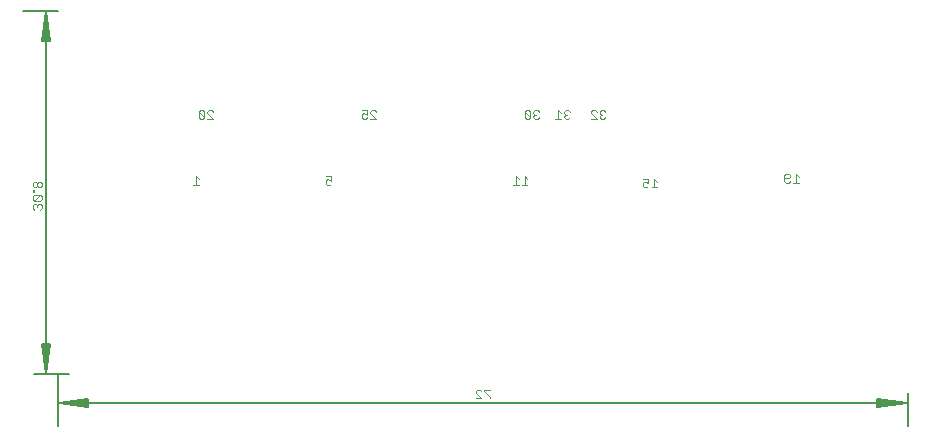
<source format=gbo>
G75*
%MOIN*%
%OFA0B0*%
%FSLAX25Y25*%
%IPPOS*%
%LPD*%
%AMOC8*
5,1,8,0,0,1.08239X$1,22.5*
%
%ADD10C,0.00300*%
%ADD11C,0.00512*%
D10*
X0152136Y0046606D02*
X0154071Y0046606D01*
X0152136Y0048541D01*
X0152136Y0049025D01*
X0152620Y0049509D01*
X0153587Y0049509D01*
X0154071Y0049025D01*
X0155083Y0049025D02*
X0157018Y0047090D01*
X0157018Y0046606D01*
X0157018Y0049509D02*
X0155083Y0049509D01*
X0155083Y0049025D01*
X0164531Y0117735D02*
X0166466Y0117735D01*
X0165499Y0117735D02*
X0165499Y0120638D01*
X0166466Y0119670D01*
X0167478Y0117735D02*
X0169413Y0117735D01*
X0168446Y0117735D02*
X0168446Y0120638D01*
X0169413Y0119670D01*
X0168952Y0139783D02*
X0169920Y0139783D01*
X0170403Y0140266D01*
X0168469Y0142201D01*
X0168469Y0140266D01*
X0168952Y0139783D01*
X0170403Y0140266D02*
X0170403Y0142201D01*
X0169920Y0142685D01*
X0168952Y0142685D01*
X0168469Y0142201D01*
X0171415Y0142201D02*
X0171415Y0141718D01*
X0171899Y0141234D01*
X0171415Y0140750D01*
X0171415Y0140266D01*
X0171899Y0139783D01*
X0172866Y0139783D01*
X0173350Y0140266D01*
X0172383Y0141234D02*
X0171899Y0141234D01*
X0171415Y0142201D02*
X0171899Y0142685D01*
X0172866Y0142685D01*
X0173350Y0142201D01*
X0178705Y0139783D02*
X0180640Y0139783D01*
X0179672Y0139783D02*
X0179672Y0142685D01*
X0180640Y0141718D01*
X0181651Y0141718D02*
X0182135Y0141234D01*
X0181651Y0140750D01*
X0181651Y0140266D01*
X0182135Y0139783D01*
X0183102Y0139783D01*
X0183586Y0140266D01*
X0182619Y0141234D02*
X0182135Y0141234D01*
X0181651Y0141718D02*
X0181651Y0142201D01*
X0182135Y0142685D01*
X0183102Y0142685D01*
X0183586Y0142201D01*
X0190516Y0142201D02*
X0190999Y0142685D01*
X0191967Y0142685D01*
X0192451Y0142201D01*
X0193462Y0142201D02*
X0193462Y0141718D01*
X0193946Y0141234D01*
X0193462Y0140750D01*
X0193462Y0140266D01*
X0193946Y0139783D01*
X0194914Y0139783D01*
X0195397Y0140266D01*
X0194430Y0141234D02*
X0193946Y0141234D01*
X0193462Y0142201D02*
X0193946Y0142685D01*
X0194914Y0142685D01*
X0195397Y0142201D01*
X0192451Y0139783D02*
X0190516Y0141718D01*
X0190516Y0142201D01*
X0190516Y0139783D02*
X0192451Y0139783D01*
X0207839Y0119851D02*
X0209774Y0119851D01*
X0209774Y0118399D01*
X0208806Y0118883D01*
X0208322Y0118883D01*
X0207839Y0118399D01*
X0207839Y0117432D01*
X0208322Y0116948D01*
X0209290Y0116948D01*
X0209774Y0117432D01*
X0210785Y0116948D02*
X0212720Y0116948D01*
X0211753Y0116948D02*
X0211753Y0119851D01*
X0212720Y0118883D01*
X0255083Y0119007D02*
X0255566Y0118523D01*
X0256534Y0118523D01*
X0257018Y0119007D01*
X0256534Y0119974D02*
X0255083Y0119974D01*
X0255083Y0119007D02*
X0255083Y0120942D01*
X0255566Y0121425D01*
X0256534Y0121425D01*
X0257018Y0120942D01*
X0257018Y0120458D01*
X0256534Y0119974D01*
X0258029Y0118523D02*
X0259964Y0118523D01*
X0258997Y0118523D02*
X0258997Y0121425D01*
X0259964Y0120458D01*
X0119019Y0139783D02*
X0117084Y0141718D01*
X0117084Y0142201D01*
X0117568Y0142685D01*
X0118536Y0142685D01*
X0119019Y0142201D01*
X0119019Y0139783D02*
X0117084Y0139783D01*
X0116073Y0140266D02*
X0115589Y0139783D01*
X0114622Y0139783D01*
X0114138Y0140266D01*
X0114138Y0141234D01*
X0114622Y0141718D01*
X0115105Y0141718D01*
X0116073Y0141234D01*
X0116073Y0142685D01*
X0114138Y0142685D01*
X0104059Y0120638D02*
X0104059Y0119187D01*
X0103091Y0119670D01*
X0102607Y0119670D01*
X0102124Y0119187D01*
X0102124Y0118219D01*
X0102607Y0117735D01*
X0103575Y0117735D01*
X0104059Y0118219D01*
X0104059Y0120638D02*
X0102124Y0120638D01*
X0064689Y0139783D02*
X0062754Y0141718D01*
X0062754Y0142201D01*
X0063237Y0142685D01*
X0064205Y0142685D01*
X0064689Y0142201D01*
X0064689Y0139783D02*
X0062754Y0139783D01*
X0061742Y0140266D02*
X0059807Y0142201D01*
X0059807Y0140266D01*
X0060291Y0139783D01*
X0061258Y0139783D01*
X0061742Y0140266D01*
X0061742Y0142201D01*
X0061258Y0142685D01*
X0060291Y0142685D01*
X0059807Y0142201D01*
X0058997Y0120638D02*
X0058997Y0117735D01*
X0059964Y0117735D02*
X0058029Y0117735D01*
X0059964Y0119670D02*
X0058997Y0120638D01*
X0007474Y0118358D02*
X0006990Y0118842D01*
X0006506Y0118842D01*
X0006022Y0118358D01*
X0006022Y0117391D01*
X0006506Y0116907D01*
X0006990Y0116907D01*
X0007474Y0117391D01*
X0007474Y0118358D01*
X0006022Y0118358D02*
X0005539Y0118842D01*
X0005055Y0118842D01*
X0004571Y0118358D01*
X0004571Y0117391D01*
X0005055Y0116907D01*
X0005539Y0116907D01*
X0006022Y0117391D01*
X0005055Y0115918D02*
X0004571Y0115918D01*
X0004571Y0115434D01*
X0005055Y0115434D01*
X0005055Y0115918D01*
X0005055Y0114422D02*
X0004571Y0113939D01*
X0004571Y0112971D01*
X0005055Y0112487D01*
X0006990Y0114422D01*
X0005055Y0114422D01*
X0005055Y0112487D02*
X0006990Y0112487D01*
X0007474Y0112971D01*
X0007474Y0113939D01*
X0006990Y0114422D01*
X0006990Y0111476D02*
X0006506Y0111476D01*
X0006022Y0110992D01*
X0005539Y0111476D01*
X0005055Y0111476D01*
X0004571Y0110992D01*
X0004571Y0110025D01*
X0005055Y0109541D01*
X0006022Y0110508D02*
X0006022Y0110992D01*
X0006990Y0111476D02*
X0007474Y0110992D01*
X0007474Y0110025D01*
X0006990Y0109541D01*
D11*
X0012870Y0054593D02*
X0012870Y0037467D01*
X0013126Y0045144D02*
X0023106Y0044121D01*
X0023106Y0043888D02*
X0013126Y0045144D01*
X0023106Y0046168D01*
X0023106Y0046401D02*
X0023106Y0043888D01*
X0023106Y0044633D02*
X0013126Y0045144D01*
X0023106Y0045656D01*
X0023106Y0046401D02*
X0013126Y0045144D01*
X0296079Y0045144D01*
X0286098Y0044121D01*
X0286098Y0043888D02*
X0296079Y0045144D01*
X0286098Y0046168D01*
X0286098Y0046401D02*
X0286098Y0043888D01*
X0286098Y0044633D02*
X0296079Y0045144D01*
X0286098Y0045656D01*
X0286098Y0046401D02*
X0296079Y0045144D01*
X0296335Y0048294D02*
X0296335Y0037467D01*
X0016610Y0054593D02*
X0004996Y0054593D01*
X0008933Y0054849D02*
X0009957Y0064830D01*
X0010190Y0064830D02*
X0008933Y0054849D01*
X0007909Y0064830D01*
X0007676Y0064830D02*
X0010190Y0064830D01*
X0009445Y0064830D02*
X0008933Y0054849D01*
X0008421Y0064830D01*
X0007676Y0064830D02*
X0008933Y0054849D01*
X0008933Y0175597D01*
X0009957Y0165617D01*
X0010190Y0165617D02*
X0008933Y0175597D01*
X0007909Y0165617D01*
X0007676Y0165617D02*
X0010190Y0165617D01*
X0009445Y0165617D02*
X0008933Y0175597D01*
X0008421Y0165617D01*
X0007676Y0165617D02*
X0008933Y0175597D01*
X0012870Y0175853D02*
X0001256Y0175853D01*
M02*

</source>
